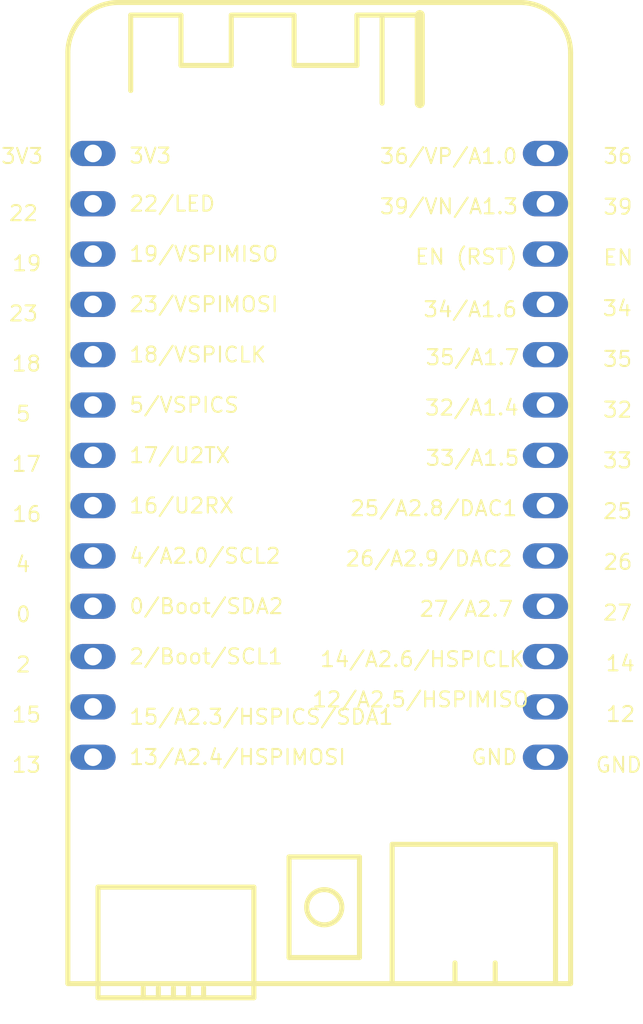
<source format=kicad_pcb>
(kicad_pcb (version 20171130) (host pcbnew "(5.1.5)-3") (page "A4") (layers (0 "F.Cu" signal) (31 "B.Cu" signal) (32 "B.Adhes" user) (33 "F.Adhes" user) (34 "B.Paste" user) (35 "F.Paste" user) (36 "B.SilkS" user) (37 "F.SilkS" user) (38 "B.Mask" user) (39 "F.Mask" user) (40 "Dwgs.User" user) (41 "Cmts.User" user) (42 "Eco1.User" user) (43 "Eco2.User" user) (44 "Edge.Cuts" user) (45 "Margin" user) (46 "B.CrtYd" user) (47 "F.CrtYd" user) (48 "B.Fab" user hide) (49 "F.Fab" user hide)) (net 0 "") (net 1 "U1_13") (net 2 "U1_25") (net 3 "U1_26") (net 4 "WAKEBUTTON") (net 5 "U1_14") (net 6 "U1_12") (net 7 "GND") (net 8 "U1_33") (net 9 "READ") (net 10 "U1_35") (net 11 "BAT-LEVEL") (net 12 "U1_EN") (net 13 "U1_39") (net 14 "U1_36") (net 15 "BLUELED") (net 16 "GREENLED") (net 17 "REDLED") (net 18 "BUZER") (net 19 "U1_5") (net 20 "RX") (net 21 "TX") (net 22 "VCC3.3V") (net 23 "U1_4") (net 24 "U1_0") (net 25 "U1_2") (net 26 "U1_15") (gr_text "+" (at 26.67 82.16 0) (layer "Cmts.User") (effects (font (size 1.016 1.016) (thickness 0.102)) (justify left))) (gr_text "-" (at 24.892 82.16 0) (layer "Cmts.User") (effects (font (size 1.016 1.016) (thickness 0.102)) (justify left))) (gr_text "2mm\nJST PH\nHeader" (at 23.876 75.048 0) (layer "Cmts.User") (effects (font (size 1.016 1.016) (thickness 0.102)) (justify left))) (gr_text "USB" (at 9.652 78.604 0) (layer "Cmts.User") (effects (font (size 1.016 1.016) (thickness 0.102)) (justify left))) (gr_text "RST" (at 17.78 73.778 0) (layer "Cmts.User") (effects (font (size 1.016 1.016) (thickness 0.102)) (justify left))) (gr_text "Wemos Lolin32 Lite v1.0.0" (at 8.636 37.084 0) (layer "Cmts.User") (effects (font (size 1.016 1.016) (thickness 0.102)) (justify left))) (gr_line (start 20.32 79.574) (end 20.32 74.494) (width 0.254) (layer "F.SilkS")) (gr_line (start 20.32 74.494) (end 16.764 74.494) (width 0.254) (layer "F.SilkS")) (gr_line (start 16.764 74.494) (end 16.764 75.764) (width 0.254) (layer "F.SilkS")) (gr_line (start 16.764 75.764) (end 16.764 79.574) (width 0.254) (layer "F.SilkS")) (gr_line (start 16.764 79.574) (end 20.32 79.574) (width 0.254) (layer "F.SilkS")) (gr_line (start 21.971 80.844) (end 21.971 73.859) (width 0.254) (layer "F.SilkS")) (gr_line (start 21.971 73.859) (end 30.226 73.859) (width 0.254) (layer "F.SilkS")) (gr_line (start 30.226 73.859) (end 30.226 80.844) (width 0.254) (layer "F.SilkS")) (gr_line (start 25.146 79.844) (end 25.146 80.844) (width 0.254) (layer "F.SilkS")) (gr_line (start 27.178 79.844) (end 27.178 80.844) (width 0.254) (layer "F.SilkS")) (gr_line (start 7.112 76.018) (end 14.986 76.018) (width 0.254) (layer "F.SilkS")) (gr_line (start 14.986 76.018) (end 14.986 81.606) (width 0.254) (layer "F.SilkS")) (gr_line (start 14.986 81.606) (end 7.112 81.606) (width 0.254) (layer "F.SilkS")) (gr_line (start 7.112 81.606) (end 7.112 78.812) (width 0.254) (layer "F.SilkS")) (gr_line (start 7.112 78.812) (end 7.112 76.018) (width 0.254) (layer "F.SilkS")) (gr_line (start 9.398 81.606) (end 9.398 81.098) (width 0.254) (layer "F.SilkS")) (gr_line (start 10.16 81.606) (end 10.16 81.098) (width 0.254) (layer "F.SilkS")) (gr_line (start 10.922 81.606) (end 10.922 81.098) (width 0.254) (layer "F.SilkS")) (gr_line (start 11.684 81.606) (end 11.684 81.098) (width 0.254) (layer "F.SilkS")) (gr_line (start 12.446 81.606) (end 12.446 81.098) (width 0.254) (layer "F.SilkS")) (gr_line (start 30.988 80.89) (end 5.588 80.89) (width 0.254) (layer "F.SilkS")) (gr_line (start 23.368 31.995) (end 20.193 31.995) (width 0.254) (layer "F.SilkS")) (gr_line (start 20.193 31.995) (end 20.193 34.535) (width 0.254) (layer "F.SilkS")) (gr_line (start 20.193 34.535) (end 17.018 34.535) (width 0.254) (layer "F.SilkS")) (gr_line (start 17.018 34.535) (end 17.018 31.995) (width 0.254) (layer "F.SilkS")) (gr_line (start 17.018 31.995) (end 13.843 31.995) (width 0.254) (layer "F.SilkS")) (gr_line (start 13.843 31.995) (end 13.843 34.535) (width 0.254) (layer "F.SilkS")) (gr_line (start 13.843 34.535) (end 11.303 34.535) (width 0.254) (layer "F.SilkS")) (gr_line (start 11.303 34.535) (end 11.303 31.995) (width 0.254) (layer "F.SilkS")) (gr_line (start 11.303 31.995) (end 8.763 31.995) (width 0.254) (layer "F.SilkS")) (gr_line (start 8.763 31.995) (end 8.763 35.805) (width 0.254) (layer "F.SilkS")) (gr_line (start 21.463 36.44) (end 21.463 31.995) (width 0.254) (layer "F.SilkS")) (gr_line (start 28.448 31.36) (end 8.128 31.36) (width 0.254) (layer "F.SilkS")) (gr_line (start 5.588 33.9) (end 5.588 80.89) (width 0.254) (layer "F.SilkS")) (gr_line (start 30.988 80.89) (end 30.988 33.9) (width 0.254) (layer "F.SilkS")) (gr_line (start 23.368 31.995) (end 23.368 36.44) (width 0.508) (layer "F.SilkS")) (gr_text "GND" (at 32.194 69.85 0) (layer "F.SilkS") (effects (font (size 0.762 0.762) (thickness 0.102)) (justify left))) (gr_text "12" (at 32.724 67.289 0) (layer "F.SilkS") (effects (font (size 0.762 0.762) (thickness 0.102)) (justify left))) (gr_text "14" (at 32.706 64.728 0) (layer "F.SilkS") (effects (font (size 0.762 0.762) (thickness 0.102)) (justify left))) (gr_text "27" (at 32.568 62.167 0) (layer "F.SilkS") (effects (font (size 0.762 0.762) (thickness 0.102)) (justify left))) (gr_text "26" (at 32.586 59.605 0) (layer "F.SilkS") (effects (font (size 0.762 0.762) (thickness 0.102)) (justify left))) (gr_text "25" (at 32.568 57.044 0) (layer "F.SilkS") (effects (font (size 0.762 0.762) (thickness 0.102)) (justify left))) (gr_text "33" (at 32.568 54.483 0) (layer "F.SilkS") (effects (font (size 0.762 0.762) (thickness 0.102)) (justify left))) (gr_text "32" (at 32.568 51.922 0) (layer "F.SilkS") (effects (font (size 0.762 0.762) (thickness 0.102)) (justify left))) (gr_text "35" (at 32.568 49.361 0) (layer "F.SilkS") (effects (font (size 0.762 0.762) (thickness 0.102)) (justify left))) (gr_text "34" (at 32.551 46.8 0) (layer "F.SilkS") (effects (font (size 0.762 0.762) (thickness 0.102)) (justify left))) (gr_text "EN" (at 32.586 44.238 0) (layer "F.SilkS") (effects (font (size 0.762 0.762) (thickness 0.102)) (justify left))) (gr_text "39" (at 32.586 41.677 0) (layer "F.SilkS") (effects (font (size 0.762 0.762) (thickness 0.102)) (justify left))) (gr_text "36" (at 32.586 39.116 0) (layer "F.SilkS") (effects (font (size 0.762 0.762) (thickness 0.102)) (justify left))) (gr_text "13" (at 2.706 69.85 0) (layer "F.SilkS") (effects (font (size 0.762 0.762) (thickness 0.102)) (justify left))) (gr_text "15" (at 2.706 67.318 0) (layer "F.SilkS") (effects (font (size 0.762 0.762) (thickness 0.102)) (justify left))) (gr_text "2" (at 2.907 64.787 0) (layer "F.SilkS") (effects (font (size 0.762 0.762) (thickness 0.102)) (justify left))) (gr_text "0" (at 2.907 62.255 0) (layer "F.SilkS") (effects (font (size 0.762 0.762) (thickness 0.102)) (justify left))) (gr_text "4" (at 2.889 59.723 0) (layer "F.SilkS") (effects (font (size 0.762 0.762) (thickness 0.102)) (justify left))) (gr_text "16" (at 2.724 57.191 0) (layer "F.SilkS") (effects (font (size 0.762 0.762) (thickness 0.102)) (justify left))) (gr_text "17" (at 2.706 54.66 0) (layer "F.SilkS") (effects (font (size 0.762 0.762) (thickness 0.102)) (justify left))) (gr_text "5" (at 2.907 52.128 0) (layer "F.SilkS") (effects (font (size 0.762 0.762) (thickness 0.102)) (justify left))) (gr_text "18" (at 2.706 49.596 0) (layer "F.SilkS") (effects (font (size 0.762 0.762) (thickness 0.102)) (justify left))) (gr_text "23" (at 2.55 47.064 0) (layer "F.SilkS") (effects (font (size 0.762 0.762) (thickness 0.102)) (justify left))) (gr_text "19" (at 2.724 44.533 0) (layer "F.SilkS") (effects (font (size 0.762 0.762) (thickness 0.102)) (justify left))) (gr_text "22" (at 2.55 42.001 0) (layer "F.SilkS") (effects (font (size 0.762 0.762) (thickness 0.102)) (justify left))) (gr_text "3V3" (at 2.159 39.116 0) (layer "F.SilkS") (effects (font (size 0.762 0.762) (thickness 0.102)) (justify left))) (gr_text "2/Boot/SCL1" (at 8.636 64.38 0) (layer "F.SilkS") (effects (font (size 0.762 0.762) (thickness 0.102)) (justify left))) (gr_text "15/A2.3/HSPICS/SDA1" (at 8.636 67.428 0) (layer "F.SilkS") (effects (font (size 0.762 0.762) (thickness 0.102)) (justify left))) (gr_text "4/A2.0/SCL2" (at 8.636 59.3 0) (layer "F.SilkS") (effects (font (size 0.762 0.762) (thickness 0.102)) (justify left))) (gr_text "0/Boot/SDA2" (at 8.636 61.84 0) (layer "F.SilkS") (effects (font (size 0.762 0.762) (thickness 0.102)) (justify left))) (gr_text "3V3" (at 8.636 39.096 0) (layer "F.SilkS") (effects (font (size 0.762 0.762) (thickness 0.102)) (justify left))) (gr_text "16/U2RX" (at 8.636 56.76 0) (layer "F.SilkS") (effects (font (size 0.762 0.762) (thickness 0.102)) (justify left))) (gr_text "17/U2TX" (at 8.636 54.22 0) (layer "F.SilkS") (effects (font (size 0.762 0.762) (thickness 0.102)) (justify left))) (gr_text "5/VSPICS" (at 8.636 51.68 0) (layer "F.SilkS") (effects (font (size 0.762 0.762) (thickness 0.102)) (justify left))) (gr_text "18/VSPICLK" (at 8.636 49.14 0) (layer "F.SilkS") (effects (font (size 0.762 0.762) (thickness 0.102)) (justify left))) (gr_text "23/VSPIMOSI" (at 8.636 46.6 0) (layer "F.SilkS") (effects (font (size 0.762 0.762) (thickness 0.102)) (justify left))) (gr_text "19/VSPIMISO" (at 8.636 44.06 0) (layer "F.SilkS") (effects (font (size 0.762 0.762) (thickness 0.102)) (justify left))) (gr_text "22/LED" (at 8.636 41.52 0) (layer "F.SilkS") (effects (font (size 0.762 0.762) (thickness 0.102)) (justify left))) (gr_text "36/VP/A1.0" (at 21.293 39.117 0) (layer "F.SilkS") (effects (font (size 0.762 0.762) (thickness 0.102)) (justify left))) (gr_text "39/VN/A1.3" (at 21.293 41.657 0) (layer "F.SilkS") (effects (font (size 0.762 0.762) (thickness 0.102)) (justify left))) (gr_text "EN (RST)" (at 23.073 44.197 0) (layer "F.SilkS") (effects (font (size 0.762 0.762) (thickness 0.102)) (justify left))) (gr_text "34/A1.6" (at 23.495 46.854 0) (layer "F.SilkS") (effects (font (size 0.762 0.762) (thickness 0.102)) (justify left))) (gr_text "35/A1.7" (at 23.607 49.277 0) (layer "F.SilkS") (effects (font (size 0.762 0.762) (thickness 0.102)) (justify left))) (gr_text "32/A1.4" (at 23.574 51.817 0) (layer "F.SilkS") (effects (font (size 0.762 0.762) (thickness 0.102)) (justify left))) (gr_text "33/A1.5" (at 23.607 54.357 0) (layer "F.SilkS") (effects (font (size 0.762 0.762) (thickness 0.102)) (justify left))) (gr_text "GND" (at 25.908 69.46 0) (layer "F.SilkS") (effects (font (size 0.762 0.762) (thickness 0.102)) (justify left))) (gr_text "12/A2.5/HSPIMISO" (at 17.879 66.549 0) (layer "F.SilkS") (effects (font (size 0.762 0.762) (thickness 0.102)) (justify left))) (gr_text "14/A2.6/HSPICLK" (at 18.28 64.517 0) (layer "F.SilkS") (effects (font (size 0.762 0.762) (thickness 0.102)) (justify left))) (gr_text "27/A2.7" (at 23.294 61.977 0) (layer "F.SilkS") (effects (font (size 0.762 0.762) (thickness 0.102)) (justify left))) (gr_text "26/A2.9/DAC2" (at 19.555 59.437 0) (layer "F.SilkS") (effects (font (size 0.762 0.762) (thickness 0.102)) (justify left))) (gr_text "25/A2.8/DAC1" (at 19.797 56.897 0) (layer "F.SilkS") (effects (font (size 0.762 0.762) (thickness 0.102)) (justify left))) (gr_text "13/A2.4/HSPIMOSI" (at 8.636 69.46 0) (layer "F.SilkS") (effects (font (size 0.762 0.762) (thickness 0.102)) (justify left))) (gr_arc (start 28.448 33.9) (end 28.448 31.36) (angle 90) (width 0.254) (layer "F.SilkS")) (gr_arc (start 8.128 33.9) (end 5.588 33.9) (angle 90) (width 0.254) (layer "F.SilkS")) (gr_circle (center 18.542 77.034) (end 19.431 77.034) (layer "F.SilkS") (width 0.254)) (module "AutoGenerated:Pad_2.29mm" (layer "F.Cu") (at 6.858 69.46) (attr virtual) (fp_text reference "" (at 0 0) (layer "F.SilkS")) (fp_text value "" (at 0 0) (layer "F.SilkS")) (pad 13 thru_hole oval (at 0 0 0) (size 2.286 1.27) (layers "*.Cu" "*.Paste" "*.Mask") (drill 0.889) (net 1 "U1_13"))) (module "AutoGenerated:Pad_2.29mm" (layer "F.Cu") (at 29.718 56.76) (attr virtual) (fp_text reference "" (at 0 0) (layer "F.SilkS")) (fp_text value "" (at 0 0) (layer "F.SilkS")) (pad 25 thru_hole oval (at 0 0 0) (size 2.286 1.27) (layers "*.Cu" "*.Paste" "*.Mask") (drill 0.889) (net 2 "U1_25"))) (module "AutoGenerated:Pad_2.29mm" (layer "F.Cu") (at 29.718 59.3) (attr virtual) (fp_text reference "" (at 0 0) (layer "F.SilkS")) (fp_text value "" (at 0 0) (layer "F.SilkS")) (pad 26 thru_hole oval (at 0 0 0) (size 2.286 1.27) (layers "*.Cu" "*.Paste" "*.Mask") (drill 0.889) (net 3 "U1_26"))) (module "AutoGenerated:Pad_2.29mm" (layer "F.Cu") (at 29.718 61.84) (attr virtual) (fp_text reference "" (at 0 0) (layer "F.SilkS")) (fp_text value "" (at 0 0) (layer "F.SilkS")) (pad 27 thru_hole oval (at 0 0 0) (size 2.286 1.27) (layers "*.Cu" "*.Paste" "*.Mask") (drill 0.889) (net 4 "WAKEBUTTON"))) (module "AutoGenerated:Pad_2.29mm" (layer "F.Cu") (at 29.718 64.38) (attr virtual) (fp_text reference "" (at 0 0) (layer "F.SilkS")) (fp_text value "" (at 0 0) (layer "F.SilkS")) (pad 14 thru_hole oval (at 0 0 0) (size 2.286 1.27) (layers "*.Cu" "*.Paste" "*.Mask") (drill 0.889) (net 5 "U1_14"))) (module "AutoGenerated:Pad_2.29mm" (layer "F.Cu") (at 29.718 66.92) (attr virtual) (fp_text reference "" (at 0 0) (layer "F.SilkS")) (fp_text value "" (at 0 0) (layer "F.SilkS")) (pad 12 thru_hole oval (at 0 0 0) (size 2.286 1.27) (layers "*.Cu" "*.Paste" "*.Mask") (drill 0.889) (net 6 "U1_12"))) (module "AutoGenerated:Pad_2.29mm" (layer "F.Cu") (at 29.718 69.46) (attr virtual) (fp_text reference "" (at 0 0) (layer "F.SilkS")) (fp_text value "" (at 0 0) (layer "F.SilkS")) (pad "GND" thru_hole oval (at 0 0 0) (size 2.286 1.27) (layers "*.Cu" "*.Paste" "*.Mask") (drill 0.889) (net 7 "GND"))) (module "AutoGenerated:Pad_2.29mm" (layer "F.Cu") (at 29.718 54.22) (attr virtual) (fp_text reference "" (at 0 0) (layer "F.SilkS")) (fp_text value "" (at 0 0) (layer "F.SilkS")) (pad 33 thru_hole oval (at 0 0 0) (size 2.286 1.27) (layers "*.Cu" "*.Paste" "*.Mask") (drill 0.889) (net 8 "U1_33"))) (module "AutoGenerated:Pad_2.29mm" (layer "F.Cu") (at 29.718 51.68) (attr virtual) (fp_text reference "" (at 0 0) (layer "F.SilkS")) (fp_text value "" (at 0 0) (layer "F.SilkS")) (pad 32 thru_hole oval (at 0 0 0) (size 2.286 1.27) (layers "*.Cu" "*.Paste" "*.Mask") (drill 0.889) (net 9 "READ"))) (module "AutoGenerated:Pad_2.29mm" (layer "F.Cu") (at 29.718 49.14) (attr virtual) (fp_text reference "" (at 0 0) (layer "F.SilkS")) (fp_text value "" (at 0 0) (layer "F.SilkS")) (pad 35 thru_hole oval (at 0 0 0) (size 2.286 1.27) (layers "*.Cu" "*.Paste" "*.Mask") (drill 0.889) (net 10 "U1_35"))) (module "AutoGenerated:Pad_2.29mm" (layer "F.Cu") (at 29.718 46.6) (attr virtual) (fp_text reference "" (at 0 0) (layer "F.SilkS")) (fp_text value "" (at 0 0) (layer "F.SilkS")) (pad 34 thru_hole oval (at 0 0 0) (size 2.286 1.27) (layers "*.Cu" "*.Paste" "*.Mask") (drill 0.889) (net 11 "BAT-LEVEL"))) (module "AutoGenerated:Pad_2.29mm" (layer "F.Cu") (at 29.718 44.06) (attr virtual) (fp_text reference "" (at 0 0) (layer "F.SilkS")) (fp_text value "" (at 0 0) (layer "F.SilkS")) (pad "EN" thru_hole oval (at 0 0 0) (size 2.286 1.27) (layers "*.Cu" "*.Paste" "*.Mask") (drill 0.889) (net 12 "U1_EN"))) (module "AutoGenerated:Pad_2.29mm" (layer "F.Cu") (at 29.718 41.52) (attr virtual) (fp_text reference "" (at 0 0) (layer "F.SilkS")) (fp_text value "" (at 0 0) (layer "F.SilkS")) (pad 39 thru_hole oval (at 0 0 0) (size 2.286 1.27) (layers "*.Cu" "*.Paste" "*.Mask") (drill 0.889) (net 13 "U1_39"))) (module "AutoGenerated:Pad_2.29mm" (layer "F.Cu") (at 29.718 38.98) (attr virtual) (fp_text reference "" (at 0 0) (layer "F.SilkS")) (fp_text value "" (at 0 0) (layer "F.SilkS")) (pad 36 thru_hole oval (at 0 0 0) (size 2.286 1.27) (layers "*.Cu" "*.Paste" "*.Mask") (drill 0.889) (net 14 "U1_36"))) (module "AutoGenerated:Pad_2.29mm" (layer "F.Cu") (at 6.858 41.52) (attr virtual) (fp_text reference "" (at 0 0) (layer "F.SilkS")) (fp_text value "" (at 0 0) (layer "F.SilkS")) (pad 22 thru_hole oval (at 0 0 0) (size 2.286 1.27) (layers "*.Cu" "*.Paste" "*.Mask") (drill 0.889) (net 15 "BLUELED"))) (module "AutoGenerated:Pad_2.29mm" (layer "F.Cu") (at 6.858 44.06) (attr virtual) (fp_text reference "" (at 0 0) (layer "F.SilkS")) (fp_text value "" (at 0 0) (layer "F.SilkS")) (pad 19 thru_hole oval (at 0 0 0) (size 2.286 1.27) (layers "*.Cu" "*.Paste" "*.Mask") (drill 0.889) (net 16 "GREENLED"))) (module "AutoGenerated:Pad_2.29mm" (layer "F.Cu") (at 6.858 46.6) (attr virtual) (fp_text reference "" (at 0 0) (layer "F.SilkS")) (fp_text value "" (at 0 0) (layer "F.SilkS")) (pad 23 thru_hole oval (at 0 0 0) (size 2.286 1.27) (layers "*.Cu" "*.Paste" "*.Mask") (drill 0.889) (net 17 "REDLED"))) (module "AutoGenerated:Pad_2.29mm" (layer "F.Cu") (at 6.858 49.14) (attr virtual) (fp_text reference "" (at 0 0) (layer "F.SilkS")) (fp_text value "" (at 0 0) (layer "F.SilkS")) (pad 18 thru_hole oval (at 0 0 0) (size 2.286 1.27) (layers "*.Cu" "*.Paste" "*.Mask") (drill 0.889) (net 18 "BUZER"))) (module "AutoGenerated:Pad_2.29mm" (layer "F.Cu") (at 6.858 51.68) (attr virtual) (fp_text reference "" (at 0 0) (layer "F.SilkS")) (fp_text value "" (at 0 0) (layer "F.SilkS")) (pad 5 thru_hole oval (at 0 0 0) (size 2.286 1.27) (layers "*.Cu" "*.Paste" "*.Mask") (drill 0.889) (net 19 "U1_5"))) (module "AutoGenerated:Pad_2.29mm" (layer "F.Cu") (at 6.858 54.22) (attr virtual) (fp_text reference "" (at 0 0) (layer "F.SilkS")) (fp_text value "" (at 0 0) (layer "F.SilkS")) (pad 17 thru_hole oval (at 0 0 0) (size 2.286 1.27) (layers "*.Cu" "*.Paste" "*.Mask") (drill 0.889) (net 20 "RX"))) (module "AutoGenerated:Pad_2.29mm" (layer "F.Cu") (at 6.858 56.76) (attr virtual) (fp_text reference "" (at 0 0) (layer "F.SilkS")) (fp_text value "" (at 0 0) (layer "F.SilkS")) (pad 16 thru_hole oval (at 0 0 0) (size 2.286 1.27) (layers "*.Cu" "*.Paste" "*.Mask") (drill 0.889) (net 21 "TX"))) (module "AutoGenerated:Pad_2.29mm" (layer "F.Cu") (at 6.858 38.98) (attr virtual) (fp_text reference "" (at 0 0) (layer "F.SilkS")) (fp_text value "" (at 0 0) (layer "F.SilkS")) (pad 3 thru_hole oval (at 0 0 0) (size 2.286 1.27) (layers "*.Cu" "*.Paste" "*.Mask") (drill 0.889) (net 22 "VCC3.3V"))) (module "AutoGenerated:Pad_2.29mm" (layer "F.Cu") (at 6.858 59.3) (attr virtual) (fp_text reference "" (at 0 0) (layer "F.SilkS")) (fp_text value "" (at 0 0) (layer "F.SilkS")) (pad 4 thru_hole oval (at 0 0 0) (size 2.286 1.27) (layers "*.Cu" "*.Paste" "*.Mask") (drill 0.889) (net 23 "U1_4"))) (module "AutoGenerated:Pad_2.29mm" (layer "F.Cu") (at 6.858 61.84) (attr virtual) (fp_text reference "" (at 0 0) (layer "F.SilkS")) (fp_text value "" (at 0 0) (layer "F.SilkS")) (pad 0 thru_hole oval (at 0 0 0) (size 2.286 1.27) (layers "*.Cu" "*.Paste" "*.Mask") (drill 0.889) (net 24 "U1_0"))) (module "AutoGenerated:Pad_2.29mm" (layer "F.Cu") (at 6.858 64.38) (attr virtual) (fp_text reference "" (at 0 0) (layer "F.SilkS")) (fp_text value "" (at 0 0) (layer "F.SilkS")) (pad 2 thru_hole oval (at 0 0 0) (size 2.286 1.27) (layers "*.Cu" "*.Paste" "*.Mask") (drill 0.889) (net 25 "U1_2"))) (module "AutoGenerated:Pad_2.29mm" (layer "F.Cu") (at 6.858 66.92) (attr virtual) (fp_text reference "" (at 0 0) (layer "F.SilkS")) (fp_text value "" (at 0 0) (layer "F.SilkS")) (pad 15 thru_hole oval (at 0 0 0) (size 2.286 1.27) (layers "*.Cu" "*.Paste" "*.Mask") (drill 0.889) (net 26 "U1_15"))))
</source>
